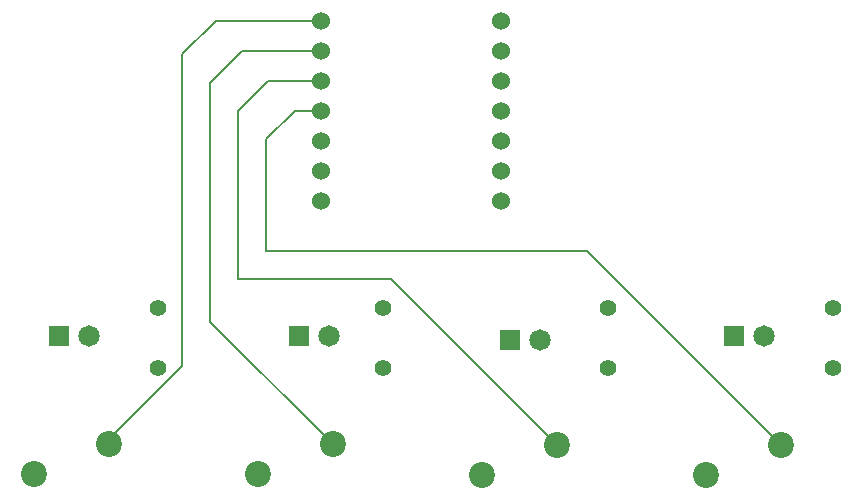
<source format=gbr>
%TF.GenerationSoftware,KiCad,Pcbnew,9.0.3*%
%TF.CreationDate,2025-08-01T16:23:24-05:00*%
%TF.ProjectId,pathfinder,70617468-6669-46e6-9465-722e6b696361,rev?*%
%TF.SameCoordinates,Original*%
%TF.FileFunction,Copper,L2,Bot*%
%TF.FilePolarity,Positive*%
%FSLAX46Y46*%
G04 Gerber Fmt 4.6, Leading zero omitted, Abs format (unit mm)*
G04 Created by KiCad (PCBNEW 9.0.3) date 2025-08-01 16:23:24*
%MOMM*%
%LPD*%
G01*
G04 APERTURE LIST*
%TA.AperFunction,ComponentPad*%
%ADD10C,1.815000*%
%TD*%
%TA.AperFunction,ComponentPad*%
%ADD11R,1.815000X1.815000*%
%TD*%
%TA.AperFunction,ComponentPad*%
%ADD12C,1.400000*%
%TD*%
%TA.AperFunction,ComponentPad*%
%ADD13C,2.200000*%
%TD*%
%TA.AperFunction,ComponentPad*%
%ADD14C,1.524000*%
%TD*%
%TA.AperFunction,Conductor*%
%ADD15C,0.200000*%
%TD*%
G04 APERTURE END LIST*
D10*
%TO.P,D2,A*%
%TO.N,Net-(D2-PadA)*%
X116840000Y-97631250D03*
D11*
%TO.P,D2,C*%
%TO.N,GND*%
X114300000Y-97631250D03*
%TD*%
D12*
%TO.P,R3,1*%
%TO.N,Net-(D3-PadA)*%
X140493750Y-100330000D03*
%TO.P,R3,2*%
%TO.N,LED3*%
X140493750Y-95250000D03*
%TD*%
D10*
%TO.P,D3,A*%
%TO.N,Net-(D3-PadA)*%
X134710725Y-98017989D03*
D11*
%TO.P,D3,C*%
%TO.N,GND*%
X132170725Y-98017989D03*
%TD*%
D13*
%TO.P,SW4,1,1*%
%TO.N,button4*%
X155114461Y-106894033D03*
%TO.P,SW4,2,2*%
%TO.N,GND*%
X148764461Y-109434033D03*
%TD*%
%TO.P,SW1,1,1*%
%TO.N,button1*%
X98185419Y-106838470D03*
%TO.P,SW1,2,2*%
%TO.N,GND*%
X91835419Y-109378470D03*
%TD*%
D10*
%TO.P,D4,A*%
%TO.N,Net-(D4-PadA)*%
X153670000Y-97631250D03*
D11*
%TO.P,D4,C*%
%TO.N,GND*%
X151130000Y-97631250D03*
%TD*%
D12*
%TO.P,R4,1*%
%TO.N,Net-(D4-PadA)*%
X159543750Y-100330000D03*
%TO.P,R4,2*%
%TO.N,LED4*%
X159543750Y-95250000D03*
%TD*%
D13*
%TO.P,SW2,1,1*%
%TO.N,button2*%
X117157500Y-106838750D03*
%TO.P,SW2,2,2*%
%TO.N,GND*%
X110807500Y-109378750D03*
%TD*%
D10*
%TO.P,D1,A*%
%TO.N,Net-(D1-PadA)*%
X96520000Y-97631250D03*
D11*
%TO.P,D1,C*%
%TO.N,GND*%
X93980000Y-97631250D03*
%TD*%
D14*
%TO.P,U1,1,GPIO26/ADC0/A0*%
%TO.N,button1*%
X116205000Y-70961250D03*
%TO.P,U1,2,GPIO27/ADC1/A1*%
%TO.N,button2*%
X116205000Y-73501250D03*
%TO.P,U1,3,GPIO28/ADC2/A2*%
%TO.N,button3*%
X116205000Y-76041250D03*
%TO.P,U1,4,GPIO29/ADC3/A3*%
%TO.N,button4*%
X116205000Y-78581250D03*
%TO.P,U1,5,GPIO6/SDA*%
%TO.N,unconnected-(U1-GPIO6{slash}SDA-Pad5)*%
X116205000Y-81121250D03*
%TO.P,U1,6,GPIO7/SCL*%
%TO.N,unconnected-(U1-GPIO7{slash}SCL-Pad6)*%
X116205000Y-83661250D03*
%TO.P,U1,7,GPIO0/TX*%
%TO.N,unconnected-(U1-GPIO0{slash}TX-Pad7)*%
X116205000Y-86201250D03*
%TO.P,U1,8,GPIO1/RX*%
%TO.N,LED1*%
X131445000Y-86201250D03*
%TO.P,U1,9,GPIO2/SCK*%
%TO.N,LED2*%
X131445000Y-83661250D03*
%TO.P,U1,10,GPIO4/MISO*%
%TO.N,LED3*%
X131445000Y-81121250D03*
%TO.P,U1,11,GPIO3/MOSI*%
%TO.N,LED4*%
X131445000Y-78581250D03*
%TO.P,U1,12,3V3*%
%TO.N,unconnected-(U1-3V3-Pad12)*%
X131445000Y-76041250D03*
%TO.P,U1,13,GND*%
%TO.N,GND*%
X131445000Y-73501250D03*
%TO.P,U1,14,VBUS*%
%TO.N,unconnected-(U1-VBUS-Pad14)*%
X131445000Y-70961250D03*
%TD*%
D13*
%TO.P,SW3,1,1*%
%TO.N,button3*%
X136134241Y-106894033D03*
%TO.P,SW3,2,2*%
%TO.N,GND*%
X129784241Y-109434033D03*
%TD*%
D12*
%TO.P,R2,1*%
%TO.N,Net-(D2-PadA)*%
X121443750Y-100330000D03*
%TO.P,R2,2*%
%TO.N,LED2*%
X121443750Y-95250000D03*
%TD*%
%TO.P,R1,1*%
%TO.N,Net-(D1-PadA)*%
X102393750Y-100330000D03*
%TO.P,R1,2*%
%TO.N,LED1*%
X102393750Y-95250000D03*
%TD*%
D15*
%TO.N,button1*%
X104408274Y-100220476D02*
X104408274Y-73818750D01*
X104408274Y-73818750D02*
X107265774Y-70961250D01*
X107265774Y-70961250D02*
X116205000Y-70961250D01*
X97790000Y-106838750D02*
X104408274Y-100220476D01*
%TO.N,button2*%
X117157500Y-106838750D02*
X106789524Y-96470774D01*
X106789524Y-96470774D02*
X106789524Y-76200000D01*
X106789524Y-76200000D02*
X109488274Y-73501250D01*
X109488274Y-73501250D02*
X116205000Y-73501250D01*
%TO.N,button3*%
X109170774Y-92868750D02*
X109170774Y-78581250D01*
X109170774Y-78581250D02*
X111710774Y-76041250D01*
X111710774Y-76041250D02*
X116205000Y-76041250D01*
X136134241Y-106894033D02*
X122108958Y-92868750D01*
X122108958Y-92868750D02*
X109170774Y-92868750D01*
%TO.N,button4*%
X138707928Y-90487500D02*
X111552024Y-90487500D01*
X111552024Y-80962500D02*
X113933274Y-78581250D01*
X113933274Y-78581250D02*
X116205000Y-78581250D01*
X111552024Y-90487500D02*
X111552024Y-80962500D01*
X155114461Y-106894033D02*
X138707928Y-90487500D01*
%TD*%
M02*

</source>
